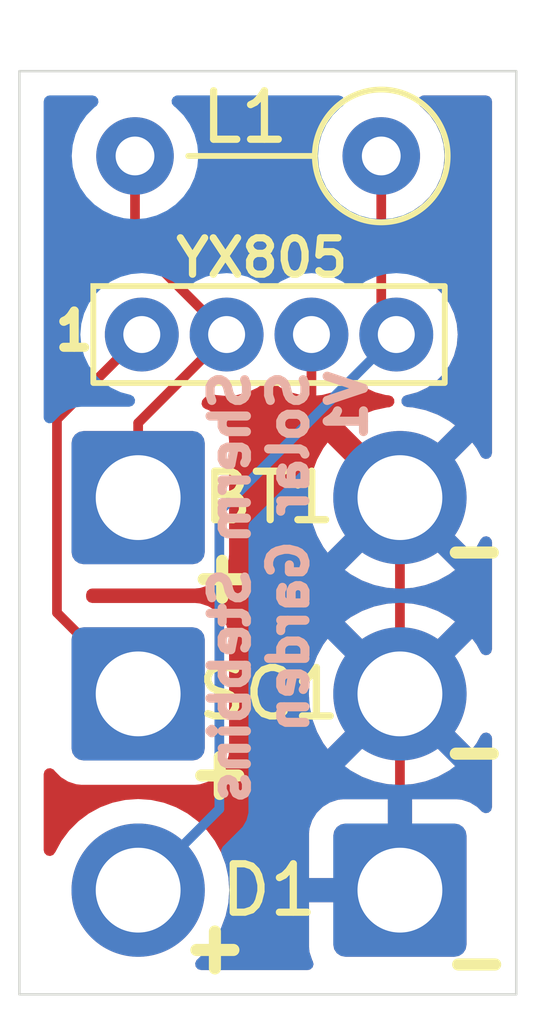
<source format=kicad_pcb>
(kicad_pcb (version 20240108) (generator "pcbnew") (generator_version "8.0")
  (layers (0 "F.Cu" signal) (31 "B.Cu" signal) (34 "B.Paste" user) (35 "F.Paste" user) (36 "B.SilkS" user "B.Silkscreen") (37 "F.SilkS" user "F.Silkscreen") (38 "B.Mask" user) (39 "F.Mask" user) (44 "Edge.Cuts" user))
  (net 0 "")
  (net 1 "GND")
  (net 2 "Net-(BT1-+)")
  (net 3 "Net-(D1-A)")
  (net 4 "Net-(SC1-+)")
  (footprint "Connector_Wire:SolderWire-1sqmm_1x02_P5.4mm_D1.4mm_OD2.7mm" (layer "F.Cu") (at 156.15 91.6 180)
    (property "Reference" "D1" (at 2.7 0 180) (layer "F.SilkS"))
    (property "Value" "LED")
    (pad "1" thru_hole roundrect (at 0 0 180) (size 2.75 2.75) (drill 1.75) (layers "*.Cu" "*.Mask") (roundrect_rratio 0.090909) (net 1 "GND"))
    (pad "2" thru_hole circle (at 5.4 0 180) (size 2.75 2.75) (drill 1.75) (layers "*.Cu" "*.Mask") (net 3 "Net-(D1-A)"))
  )
  (footprint "Connector_Wire:SolderWire-1sqmm_1x02_P5.4mm_D1.4mm_OD2.7mm" (layer "F.Cu") (at 150.75 87.55)
    (property "Reference" "SC1" (at 2.7 0 0) (layer "F.SilkS"))
    (property "Value" "Solar_Cell")
    (pad "1" thru_hole roundrect (at 0 0) (size 2.75 2.75) (drill 1.75) (layers "*.Cu" "*.Mask") (roundrect_rratio 0.090909) (net 4 "Net-(SC1-+)"))
    (pad "2" thru_hole circle (at 5.4 0) (size 2.75 2.75) (drill 1.75) (layers "*.Cu" "*.Mask") (net 1 "GND"))
  )
  (footprint "Connector_Wire:SolderWire-1sqmm_1x02_P5.4mm_D1.4mm_OD2.7mm" (layer "F.Cu") (at 150.75 83.5)
    (property "Reference" "BT1" (at 2.7 0 0) (layer "F.SilkS"))
    (property "Value" "Battery_Cell")
    (pad "1" thru_hole roundrect (at 0 0) (size 2.75 2.75) (drill 1.75) (layers "*.Cu" "*.Mask") (roundrect_rratio 0.090909) (net 2 "Net-(BT1-+)"))
    (pad "2" thru_hole circle (at 5.4 0) (size 2.75 2.75) (drill 1.75) (layers "*.Cu" "*.Mask") (net 1 "GND"))
  )
  (footprint "+++Sherms-kicad5-libs:YX805-A" (layer "F.Cu") (at 150.825 79.885)
    (property "Reference" "YX805" (at 2.475 -1.335 0) (layer "F.SilkS") (effects (font (size 0.75 0.75))))
    (property "Value" "~")
    (fp_rect (start -1 -0.75) (end 6.25 1.25) (stroke (width 0.12)) (fill none) (layer "F.SilkS"))
    (pad "1" thru_hole circle (at 0 0.25) (size 1.524 1.524) (drill 0.762) (layers "*.Cu" "*.Mask") (net 4 "Net-(SC1-+)"))
    (pad "2" thru_hole circle (at 1.75 0.25) (size 1.524 1.524) (drill 0.762) (layers "*.Cu" "*.Mask") (net 2 "Net-(BT1-+)"))
    (pad "3" thru_hole circle (at 3.5 0.25) (size 1.524 1.524) (drill 0.762) (layers "*.Cu" "*.Mask") (net 1 "GND"))
    (pad "4" thru_hole circle (at 5.25 0.25) (size 1.524 1.524) (drill 0.762) (layers "*.Cu" "*.Mask") (net 3 "Net-(D1-A)"))
  )
  (footprint "Resistor_THT:R_Axial_DIN0207_L6.3mm_D2.5mm_P5.08mm_Vertical" (layer "F.Cu") (at 155.765 76.45 180)
    (property "Reference" "L1" (at 2.815 0.8 180) (layer "F.SilkS"))
    (property "Value" "L")
    (fp_line (start 1.37 0) (end 3.98 0) (stroke (width 0.12)) (layer "F.SilkS"))
    (fp_circle (center 0 0) (end 1.37 0) (stroke (width 0.12)) (fill none) (layer "F.SilkS"))
    (pad "1" thru_hole circle (at 0 0 180) (size 1.6 1.6) (drill 0.8) (layers "*.Cu" "*.Mask") (net 3 "Net-(D1-A)"))
    (pad "2" thru_hole oval (at 5.08 0 180) (size 1.6 1.6) (drill 0.8) (layers "*.Cu" "*.Mask") (net 2 "Net-(BT1-+)"))
  )
  (gr_rect (start 148.3 74.7) (end 158.55 93.75) (stroke (width 0.05)) (fill none) (layer "Edge.Cuts"))
  (gr_text "Sherm Stebbins\nSolar Garden\nV1" (at 155.5 80.8 90) (layer "B.SilkS") (effects (font (size 0.75 0.75) (thickness 0.1875) (bold yes)) (justify left bottom mirror)))
  (gr_text "-" (at 156.9 85.15 0) (layer "F.SilkS") (effects (font (size 1 1) (thickness 0.25) (bold yes)) (justify left bottom)))
  (gr_text "1" (at 148.95 80.5 0) (layer "F.SilkS") (effects (font (size 0.75 0.75) (thickness 0.1875) (bold yes)) (justify left bottom)))
  (gr_text "-" (at 156.9 89.3 0) (layer "F.SilkS") (effects (font (size 1 1) (thickness 0.25) (bold yes)) (justify left bottom)))
  (gr_text "+" (at 151.65 89.75 0) (layer "F.SilkS") (effects (font (size 1 1) (thickness 0.25) (bold yes)) (justify left bottom)))
  (gr_text "+" (at 151.55 93.35 0) (layer "F.SilkS") (effects (font (size 1 1) (thickness 0.25) (bold yes)) (justify left bottom)))
  (gr_text "-" (at 156.95 93.65 0) (layer "F.SilkS") (effects (font (size 1 1) (thickness 0.25) (bold yes)) (justify left bottom)))
  (gr_text "+" (at 151.7 85.7 0) (layer "F.SilkS") (effects (font (size 1 1) (thickness 0.25) (bold yes)) (justify left bottom)))
  (segment (start 156.15 83.5) (end 154.325 81.675) (width 0.2) (layer "F.Cu") (net 1))
  (segment (start 156.15 87.55) (end 156.15 91.6) (width 0.2) (layer "F.Cu") (net 1))
  (segment (start 154.325 81.675) (end 154.325 80.135) (width 0.2) (layer "F.Cu") (net 1))
  (segment (start 156.15 83.5) (end 156.15 87.55) (width 0.2) (layer "F.Cu") (net 1))
  (segment (start 150.685 78.245) (end 152.575 80.135) (width 0.2) (layer "F.Cu") (net 2))
  (segment (start 150.75 81.96) (end 152.575 80.135) (width 0.2) (layer "F.Cu") (net 2))
  (segment (start 150.685 76.45) (end 150.685 78.245) (width 0.2) (layer "F.Cu") (net 2))
  (segment (start 150.75 83.5) (end 150.75 81.96) (width 0.2) (layer "F.Cu") (net 2))
  (segment (start 155.765 79.825) (end 156.075 80.135) (width 0.2) (layer "F.Cu") (net 3))
  (segment (start 155.765 76.45) (end 155.765 79.825) (width 0.2) (layer "F.Cu") (net 3))
  (segment (start 152.425 83.785) (end 152.425 89.925) (width 0.2) (layer "B.Cu") (net 3))
  (segment (start 156.075 80.135) (end 152.425 83.785) (width 0.2) (layer "B.Cu") (net 3))
  (segment (start 152.425 89.925) (end 150.75 91.6) (width 0.2) (layer "B.Cu") (net 3))
  (segment (start 149.075 85.875) (end 149.075 81.885) (width 0.2) (layer "F.Cu") (net 4))
  (segment (start 149.075 81.885) (end 150.825 80.135) (width 0.2) (layer "F.Cu") (net 4))
  (segment (start 150.75 87.55) (end 149.075 85.875) (width 0.2) (layer "F.Cu") (net 4))
  (zone (net 1) (net_name "GND") (layers "F&B.Cu") (connect_pads (clearance 0.5)) (min_thickness 0.25) (fill yes (thermal_gap 0.5) (thermal_bridge_width 0.5))
    (polygon (pts (xy 148.05 74.5) (xy 147.9 94.35) (xy 159.45 94.35) (xy 159.3 74.2)))
  )
)
</source>
